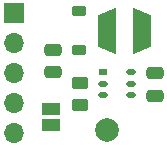
<source format=gts>
%TF.GenerationSoftware,KiCad,Pcbnew,7.0.2*%
%TF.CreationDate,2023-07-05T23:36:49-07:00*%
%TF.ProjectId,ap5726-lcd-backlight-driver,61703537-3236-42d6-9c63-642d6261636b,rev?*%
%TF.SameCoordinates,Original*%
%TF.FileFunction,Soldermask,Top*%
%TF.FilePolarity,Negative*%
%FSLAX46Y46*%
G04 Gerber Fmt 4.6, Leading zero omitted, Abs format (unit mm)*
G04 Created by KiCad (PCBNEW 7.0.2) date 2023-07-05 23:36:49*
%MOMM*%
%LPD*%
G01*
G04 APERTURE LIST*
G04 Aperture macros list*
%AMRoundRect*
0 Rectangle with rounded corners*
0 $1 Rounding radius*
0 $2 $3 $4 $5 $6 $7 $8 $9 X,Y pos of 4 corners*
0 Add a 4 corners polygon primitive as box body*
4,1,4,$2,$3,$4,$5,$6,$7,$8,$9,$2,$3,0*
0 Add four circle primitives for the rounded corners*
1,1,$1+$1,$2,$3*
1,1,$1+$1,$4,$5*
1,1,$1+$1,$6,$7*
1,1,$1+$1,$8,$9*
0 Add four rect primitives between the rounded corners*
20,1,$1+$1,$2,$3,$4,$5,0*
20,1,$1+$1,$4,$5,$6,$7,0*
20,1,$1+$1,$6,$7,$8,$9,0*
20,1,$1+$1,$8,$9,$2,$3,0*%
%AMOutline4P*
0 Free polygon, 4 corners , with rotation*
0 The origin of the aperture is its center*
0 number of corners: always 4*
0 $1 to $8 corner X, Y*
0 $9 Rotation angle, in degrees counterclockwise*
0 create outline with 4 corners*
4,1,4,$1,$2,$3,$4,$5,$6,$7,$8,$1,$2,$9*%
G04 Aperture macros list end*
%ADD10RoundRect,0.250000X-0.450000X0.262500X-0.450000X-0.262500X0.450000X-0.262500X0.450000X0.262500X0*%
%ADD11R,1.700000X1.700000*%
%ADD12O,1.700000X1.700000*%
%ADD13C,2.000000*%
%ADD14RoundRect,0.225000X0.375000X-0.225000X0.375000X0.225000X-0.375000X0.225000X-0.375000X-0.225000X0*%
%ADD15R,0.800000X0.550000*%
%ADD16O,0.800000X0.550000*%
%ADD17RoundRect,0.250000X-0.475000X0.250000X-0.475000X-0.250000X0.475000X-0.250000X0.475000X0.250000X0*%
%ADD18R,1.500000X1.000000*%
%ADD19Outline4P,-0.725000X-1.950000X0.725000X-1.350000X0.725000X1.350000X-0.725000X1.950000X180.000000*%
%ADD20Outline4P,-0.725000X-1.350000X0.725000X-1.950000X0.725000X1.950000X-0.725000X1.350000X180.000000*%
G04 APERTURE END LIST*
D10*
%TO.C,R1*%
X159660000Y-93077500D03*
X159660000Y-94902500D03*
%TD*%
D11*
%TO.C,J1*%
X154098000Y-87169000D03*
D12*
X154098000Y-89709000D03*
X154098000Y-92249000D03*
X154098000Y-94789000D03*
X154098000Y-97329000D03*
%TD*%
D13*
%TO.C,FB*%
X162004000Y-97014000D03*
%TD*%
D14*
%TO.C,D1*%
X159631000Y-90246000D03*
X159631000Y-86946000D03*
%TD*%
D15*
%TO.C,U1*%
X161590201Y-92167198D03*
D16*
X161590201Y-93117199D03*
X161590201Y-94067200D03*
X163990201Y-94067200D03*
X163990201Y-93117199D03*
X163990201Y-92167198D03*
%TD*%
D17*
%TO.C,C1*%
X157378000Y-90225000D03*
X157378000Y-92125000D03*
%TD*%
%TO.C,C2*%
X166014000Y-92219000D03*
X166014000Y-94119000D03*
%TD*%
D18*
%TO.C,VDC*%
X157251000Y-95275000D03*
X157251000Y-96575000D03*
%TD*%
D19*
%TO.C,L1*%
X161942000Y-88658000D03*
D20*
X164892000Y-88658000D03*
%TD*%
M02*

</source>
